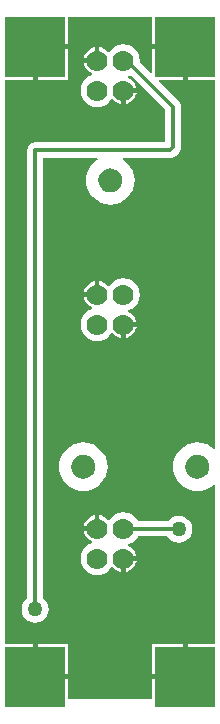
<source format=gbl>
%FSDAX24Y24*%
%MOIN*%
%SFA1B1*%

%IPPOS*%
%ADD14C,0.012000*%
%ADD15R,0.200000X0.200000*%
%ADD16C,0.070000*%
%ADD17C,0.050000*%
%LNpeggy-optical-board-1*%
%LPD*%
G36*
X015400Y032575D02*
X016500D01*
Y032500*
X016575*
Y031400*
X017500*
Y019116*
X017450Y019093*
X017351Y019174*
X017210Y019249*
X017058Y019295*
X016900Y019311*
X016742Y019295*
X016590Y019249*
X016449Y019174*
X016327Y019073*
X016226Y018951*
X016151Y018810*
X016105Y018658*
X016089Y018500*
X016105Y018342*
X016151Y018190*
X016226Y018049*
X016327Y017927*
X016449Y017826*
X016590Y017751*
X016742Y017705*
X016900Y017689*
X017058Y017705*
X017210Y017751*
X017351Y017826*
X017450Y017907*
X017500Y017884*
Y012600*
X016575*
Y011500*
X016500*
Y011425*
X015400*
Y010750*
X012600*
Y011425*
X011500*
Y011500*
X011425*
Y012600*
X010500*
Y031400*
X011425*
Y032500*
X011500*
Y032575*
X012600*
Y033500*
X015400*
Y032575*
G37*
G36*
X017002Y018882D02*
X017098Y018842D01*
X017180Y018780*
X017242Y018698*
X017282Y018602*
X017295Y018500*
X017282Y018398*
X017242Y018302*
X017180Y018220*
X017098Y018158*
X017002Y018118*
X016900Y018105*
X016798Y018118*
X016702Y018158*
X016620Y018220*
X016558Y018302*
X016518Y018398*
X016505Y018500*
X016518Y018602*
X016558Y018698*
X016620Y018780*
X016702Y018842*
X016798Y018882*
X016900Y018895*
X017002Y018882*
G37*
%LNpeggy-optical-board-2*%
%LPC*%
G36*
X014435Y016992D02*
X014291Y016973D01*
X014158Y016917*
X014043Y016829*
X013968Y016732*
X013910Y016726*
X013886Y016758*
X013792Y016830*
X013682Y016875*
X013640Y016881*
Y016437*
X013565*
Y016362*
X013121*
X013126Y016320*
X013172Y016210*
X013244Y016116*
X013338Y016044*
X013400Y016018*
Y015964*
X013288Y015917*
X013173Y015829*
X013084Y015714*
X013029Y015581*
X013010Y015437*
X013029Y015293*
X013084Y015160*
X013173Y015045*
X013288Y014957*
X013421Y014901*
X013565Y014882*
X013708Y014901*
X013842Y014957*
X013957Y015045*
X014031Y015142*
X014090Y015148*
X014114Y015116*
X014208Y015044*
X014318Y014999*
X014360Y014993*
Y015437*
X014435*
Y015512*
X014879*
X014873Y015554*
X014828Y015664*
X014756Y015758*
X014662Y015830*
X014600Y015856*
Y015910*
X014712Y015957*
X014827Y016045*
X014915Y016160*
X014922Y016175*
X015901*
X015961Y016098*
X016055Y016025*
X016164Y015980*
X016281Y015965*
X016399Y015980*
X016508Y016025*
X016602Y016098*
X016675Y016192*
X016720Y016301*
X016735Y016418*
X016720Y016536*
X016675Y016645*
X016602Y016739*
X016508Y016812*
X016399Y016857*
X016281Y016872*
X016164Y016857*
X016055Y016812*
X015961Y016739*
X015930Y016699*
X014922*
X014915Y016714*
X014827Y016829*
X014712Y016917*
X014579Y016973*
X014435Y016992*
G37*
G36*
X013100Y019311D02*
X012942Y019295D01*
X012790Y019249*
X012649Y019174*
X012527Y019073*
X012426Y018951*
X012351Y018810*
X012305Y018658*
X012289Y018500*
X012305Y018342*
X012351Y018190*
X012426Y018049*
X012527Y017927*
X012649Y017826*
X012790Y017751*
X012942Y017705*
X013100Y017689*
X013258Y017705*
X013410Y017751*
X013551Y017826*
X013673Y017927*
X013774Y018049*
X013849Y018190*
X013895Y018342*
X013911Y018500*
X013895Y018658*
X013849Y018810*
X013774Y018951*
X013673Y019073*
X013551Y019174*
X013410Y019249*
X013258Y019295*
X013100Y019311*
G37*
G36*
X014435Y032592D02*
X014291Y032573D01*
X014158Y032517*
X014043Y032429*
X013968Y032332*
X013910Y032326*
X013886Y032358*
X013792Y032430*
X013682Y032475*
X013640Y032481*
Y032037*
X013565*
Y031962*
X013121*
X013126Y031920*
X013172Y031810*
X013244Y031716*
X013338Y031644*
X013400Y031618*
Y031564*
X013288Y031517*
X013173Y031429*
X013084Y031314*
X013029Y031181*
X013010Y031037*
X013029Y030893*
X013084Y030760*
X013173Y030645*
X013288Y030557*
X013421Y030501*
X013565Y030482*
X013708Y030501*
X013842Y030557*
X013957Y030645*
X014031Y030742*
X014090Y030748*
X014114Y030716*
X014208Y030644*
X014318Y030599*
X014360Y030593*
Y031037*
X014435*
Y031112*
X014879*
X014873Y031154*
X014828Y031264*
X014756Y031358*
X014662Y031430*
X014600Y031456*
Y031510*
X014684Y031545*
X015838Y030391*
Y029312*
X011500*
X011432Y029303*
X011369Y029277*
X011315Y029235*
X011273Y029181*
X011247Y029118*
X011238Y029050*
Y014116*
X011179Y014071*
X011107Y013977*
X011062Y013867*
X011046Y013750*
X011062Y013633*
X011107Y013523*
X011179Y013429*
X011273Y013357*
X011383Y013312*
X011500Y013296*
X011617Y013312*
X011727Y013357*
X011821Y013429*
X011893Y013523*
X011938Y013633*
X011954Y013750*
X011938Y013867*
X011893Y013977*
X011821Y014071*
X011762Y014116*
Y028788*
X013565*
X013577Y028739*
X013549Y028724*
X013427Y028623*
X013326Y028501*
X013251Y028360*
X013205Y028208*
X013189Y028050*
X013205Y027892*
X013251Y027740*
X013326Y027599*
X013427Y027477*
X013549Y027376*
X013690Y027301*
X013842Y027255*
X014000Y027239*
X014158Y027255*
X014310Y027301*
X014451Y027376*
X014573Y027477*
X014674Y027599*
X014749Y027740*
X014795Y027892*
X014811Y028050*
X014795Y028208*
X014749Y028360*
X014674Y028501*
X014573Y028623*
X014451Y028724*
X014423Y028739*
X014435Y028788*
X016000*
X016068Y028797*
X016131Y028823*
X016185Y028865*
X016285Y028965*
X016327Y029019*
X016353Y029082*
X016362Y029150*
Y030500*
X016353Y030568*
X016327Y030631*
X016285Y030685*
X015617Y031354*
X015636Y031400*
X016425*
Y032425*
X015400*
Y031636*
X015354Y031617*
X014983Y031988*
X014990Y032037*
X014971Y032181*
X014915Y032314*
X014827Y032429*
X014712Y032517*
X014579Y032573*
X014435Y032592*
G37*
G36*
X013490Y016881D02*
X013447Y016875D01*
X013338Y016830*
X013244Y016758*
X013172Y016664*
X013126Y016554*
X013121Y016512*
X013490*
Y016881*
G37*
G36*
X012600Y012600D02*
X011575D01*
Y011575*
X012600*
Y012600*
G37*
G36*
X016425D02*
X015400D01*
Y011575*
X016425*
Y012600*
G37*
G36*
X014879Y015362D02*
X014510D01*
Y014993*
X014552Y014999*
X014662Y015044*
X014756Y015116*
X014828Y015210*
X014873Y015320*
X014879Y015362*
G37*
G36*
X014435Y024792D02*
X014291Y024773D01*
X014158Y024717*
X014043Y024629*
X013968Y024532*
X013910Y024526*
X013886Y024558*
X013792Y024630*
X013682Y024675*
X013640Y024681*
Y024237*
X013565*
Y024162*
X013121*
X013126Y024120*
X013172Y024010*
X013244Y023916*
X013338Y023844*
X013400Y023818*
Y023764*
X013288Y023717*
X013173Y023629*
X013084Y023514*
X013029Y023381*
X013010Y023237*
X013029Y023093*
X013084Y022960*
X013173Y022845*
X013288Y022757*
X013421Y022701*
X013565Y022682*
X013708Y022701*
X013842Y022757*
X013957Y022845*
X014031Y022942*
X014090Y022948*
X014114Y022916*
X014208Y022844*
X014318Y022799*
X014360Y022793*
Y023237*
X014435*
Y023312*
X014879*
X014873Y023354*
X014828Y023464*
X014756Y023558*
X014662Y023630*
X014600Y023656*
Y023710*
X014712Y023757*
X014827Y023845*
X014915Y023960*
X014971Y024093*
X014990Y024237*
X014971Y024381*
X014915Y024514*
X014827Y024629*
X014712Y024717*
X014579Y024773*
X014435Y024792*
G37*
G36*
X014879Y030962D02*
X014510D01*
Y030593*
X014552Y030599*
X014662Y030644*
X014756Y030716*
X014828Y030810*
X014873Y030920*
X014879Y030962*
G37*
G36*
X012600Y032425D02*
X011575D01*
Y031400*
X012600*
Y032425*
G37*
G36*
X013490Y024681D02*
X013447Y024675D01*
X013338Y024630*
X013244Y024558*
X013172Y024464*
X013126Y024354*
X013121Y024312*
X013490*
Y024681*
G37*
G36*
Y032481D02*
X013447Y032475D01*
X013338Y032430*
X013244Y032358*
X013172Y032264*
X013126Y032154*
X013121Y032112*
X013490*
Y032481*
G37*
G36*
X014879Y023162D02*
X014510D01*
Y022793*
X014552Y022799*
X014662Y022844*
X014756Y022916*
X014828Y023010*
X014873Y023120*
X014879Y023162*
G37*
%LNpeggy-optical-board-3*%
%LPD*%
G36*
X013202Y018882D02*
X013298Y018842D01*
X013380Y018780*
X013442Y018698*
X013482Y018602*
X013495Y018500*
X013482Y018398*
X013442Y018302*
X013380Y018220*
X013298Y018158*
X013202Y018118*
X013100Y018105*
X012998Y018118*
X012902Y018158*
X012820Y018220*
X012758Y018302*
X012718Y018398*
X012705Y018500*
X012718Y018602*
X012758Y018698*
X012820Y018780*
X012902Y018842*
X012998Y018882*
X013100Y018895*
X013202Y018882*
G37*
G36*
X014102Y028432D02*
X014198Y028392D01*
X014280Y028330*
X014342Y028248*
X014382Y028152*
X014395Y028050*
X014382Y027948*
X014342Y027852*
X014280Y027770*
X014198Y027708*
X014102Y027668*
X014000Y027655*
X013898Y027668*
X013802Y027708*
X013720Y027770*
X013658Y027852*
X013618Y027948*
X013605Y028050*
X013618Y028152*
X013658Y028248*
X013720Y028330*
X013802Y028392*
X013898Y028432*
X014000Y028445*
X014102Y028432*
G37*
G54D14*
X016000Y029050D02*
X016100Y029150D01*
X014435Y016437D02*
X016263D01*
X016281Y016418*
X011500Y029050D02*
X016000D01*
X011500Y013750D02*
Y029050D01*
X014435Y032037D02*
X014563D01*
X016100Y029150D02*
Y030500D01*
X014563Y032037D02*
X016100Y030500D01*
G54D15*
X011500Y032500D03*
X016500D03*
Y011500D03*
X011500D03*
G54D16*
X014435Y024237D03*
X013565D03*
X014435Y023237D03*
X013565D03*
Y015437D03*
X014435D03*
X013565Y016437D03*
X014435D03*
Y032037D03*
X013565D03*
X014435Y031037D03*
X013565D03*
G54D17*
X011500Y013750D03*
X016281Y016418D03*
M02*
</source>
